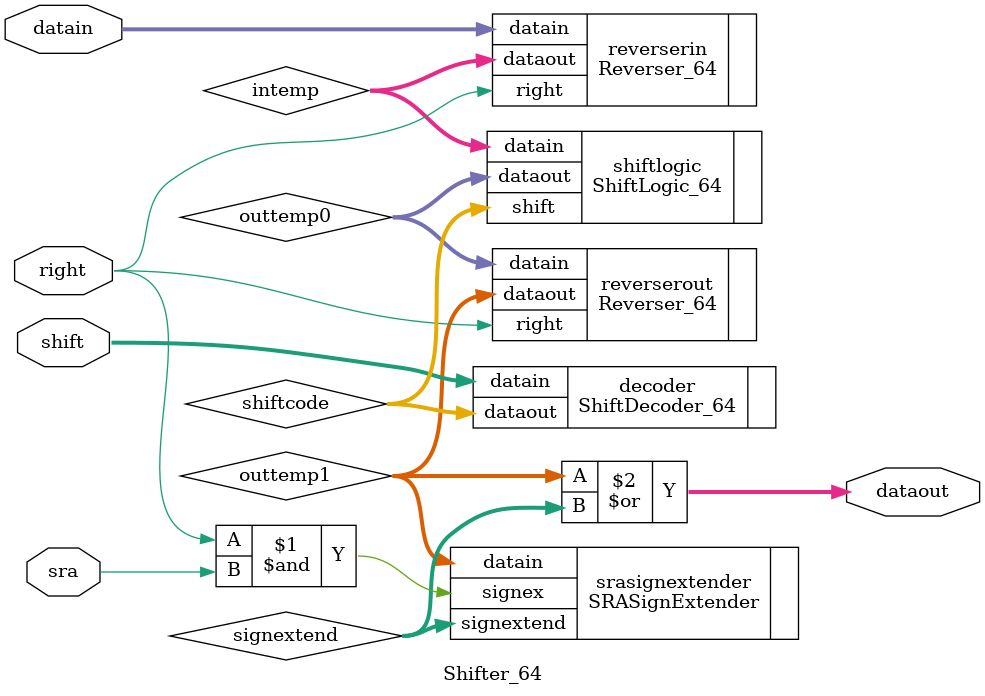
<source format=v>
`include "Reverser_64.v"
`include "ShiftDecoder_64.v"
`include "ShiftLogic_64.v"
`include "SRASignExtender.v"

module Shifter_64 (datain, shift, right, sra, dataout);
    input [63:0] datain;
    input [5:0] shift;
    input right;
    input sra;
    output [63:0] dataout;

    wire [63:0] intemp, shiftcode, outtemp0, outtemp1, signextend;

    Reverser_64 reverserin (.right(right), .datain(datain), .dataout(intemp));

    ShiftDecoder_64 decoder (.datain(shift), .dataout(shiftcode));

    ShiftLogic_64 shiftlogic (.datain(intemp), .shift(shiftcode), .dataout(outtemp0));

    Reverser_64 reverserout (.right(right), .datain(outtemp0), .dataout(outtemp1));

    SRASignExtender srasignextender (.signex(right & sra), .datain(outtemp1), .signextend(signextend));

    assign dataout = outtemp1 | signextend;

endmodule
</source>
